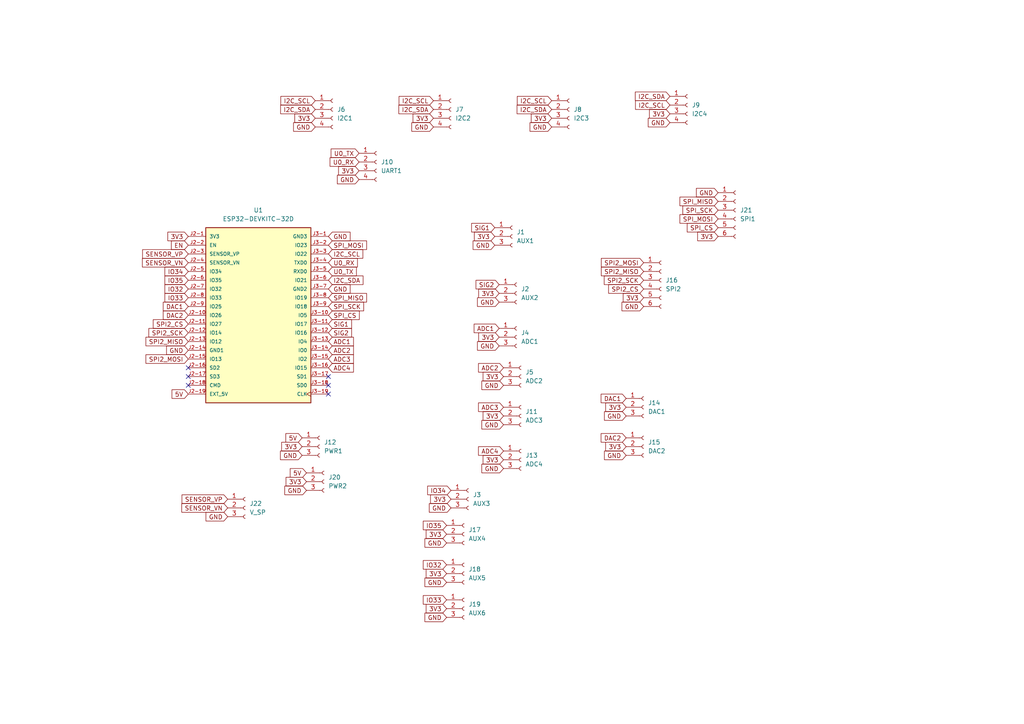
<source format=kicad_sch>
(kicad_sch (version 20250114) (generator "eeschema") (generator_version "9.0")
  (paper "A4")
  (lib_symbols
    (symbol "Connector:Conn_01x03_Socket" (pin_names (offset 1.016) (hide yes))
      (property "Reference" "J" (at 0 5.08 0))
      (property "Value" "Conn_01x03_Socket" (at 0 -5.08 0))
      (symbol "Conn_01x03_Socket_1_1"
        (polyline (pts (xy -1.27 2.54) (xy -0.508 2.54)) (stroke (width 0.1524)))
        (polyline (pts (xy -1.27 0) (xy -0.508 0)) (stroke (width 0.1524)))
        (polyline (pts (xy -1.27 -2.54) (xy -0.508 -2.54)) (stroke (width 0.1524)))
        (arc (start 0 2.032) (mid -0.5058 2.54) (end 0 3.048) (stroke (width 0.1524)))
        (arc (start 0 -0.508) (mid -0.5058 0) (end 0 0.508) (stroke (width 0.1524)))
        (arc (start 0 -3.048) (mid -0.5058 -2.54) (end 0 -2.032) (stroke (width 0.1524)))
        (pin passive line (at -5.08 2.54 0) (length 3.81) (name "Pin_1") (number "1"))
        (pin passive line (at -5.08 0 0) (length 3.81) (name "Pin_2") (number "2"))
        (pin passive line (at -5.08 -2.54 0) (length 3.81) (name "Pin_3") (number "3"))
      )
    )
    (symbol "Connector:Conn_01x04_Socket" (pin_names (offset 1.016) (hide yes))
      (property "Reference" "J" (at 0 5.08 0))
      (property "Value" "Conn_01x04_Socket" (at 0 -7.62 0))
      (symbol "Conn_01x04_Socket_1_1"
        (polyline (pts (xy -1.27 2.54) (xy -0.508 2.54)) (stroke (width 0.1524)))
        (polyline (pts (xy -1.27 0) (xy -0.508 0)) (stroke (width 0.1524)))
        (polyline (pts (xy -1.27 -2.54) (xy -0.508 -2.54)) (stroke (width 0.1524)))
        (polyline (pts (xy -1.27 -5.08) (xy -0.508 -5.08)) (stroke (width 0.1524)))
        (arc (start 0 2.032) (mid -0.5058 2.54) (end 0 3.048) (stroke (width 0.1524)))
        (arc (start 0 -0.508) (mid -0.5058 0) (end 0 0.508) (stroke (width 0.1524)))
        (arc (start 0 -3.048) (mid -0.5058 -2.54) (end 0 -2.032) (stroke (width 0.1524)))
        (arc (start 0 -5.588) (mid -0.5058 -5.08) (end 0 -4.572) (stroke (width 0.1524)))
        (pin passive line (at -5.08 2.54 0) (length 3.81) (name "Pin_1") (number "1"))
        (pin passive line (at -5.08 0 0) (length 3.81) (name "Pin_2") (number "2"))
        (pin passive line (at -5.08 -2.54 0) (length 3.81) (name "Pin_3") (number "3"))
        (pin passive line (at -5.08 -5.08 0) (length 3.81) (name "Pin_4") (number "4"))
      )
    )
    (symbol "Connector:Conn_01x06_Socket" (pin_names (offset 1.016) (hide yes))
      (property "Reference" "J" (at 0 7.62 0))
      (property "Value" "Conn_01x06_Socket" (at 0 -10.16 0))
      (symbol "Conn_01x06_Socket_1_1"
        (polyline (pts (xy -1.27 5.08) (xy -0.508 5.08)) (stroke (width 0.1524)))
        (polyline (pts (xy -1.27 2.54) (xy -0.508 2.54)) (stroke (width 0.1524)))
        (polyline (pts (xy -1.27 0) (xy -0.508 0)) (stroke (width 0.1524)))
        (polyline (pts (xy -1.27 -2.54) (xy -0.508 -2.54)) (stroke (width 0.1524)))
        (polyline (pts (xy -1.27 -5.08) (xy -0.508 -5.08)) (stroke (width 0.1524)))
        (polyline (pts (xy -1.27 -7.62) (xy -0.508 -7.62)) (stroke (width 0.1524)))
        (arc (start 0 4.572) (mid -0.5058 5.08) (end 0 5.588) (stroke (width 0.1524)))
        (arc (start 0 2.032) (mid -0.5058 2.54) (end 0 3.048) (stroke (width 0.1524)))
        (arc (start 0 -0.508) (mid -0.5058 0) (end 0 0.508) (stroke (width 0.1524)))
        (arc (start 0 -3.048) (mid -0.5058 -2.54) (end 0 -2.032) (stroke (width 0.1524)))
        (arc (start 0 -5.588) (mid -0.5058 -5.08) (end 0 -4.572) (stroke (width 0.1524)))
        (arc (start 0 -8.128) (mid -0.5058 -7.62) (end 0 -7.112) (stroke (width 0.1524)))
        (pin passive line (at -5.08 5.08 0) (length 3.81) (name "Pin_1") (number "1"))
        (pin passive line (at -5.08 2.54 0) (length 3.81) (name "Pin_2") (number "2"))
        (pin passive line (at -5.08 0 0) (length 3.81) (name "Pin_3") (number "3"))
        (pin passive line (at -5.08 -2.54 0) (length 3.81) (name "Pin_4") (number "4"))
        (pin passive line (at -5.08 -5.08 0) (length 3.81) (name "Pin_5") (number "5"))
        (pin passive line (at -5.08 -7.62 0) (length 3.81) (name "Pin_6") (number "6"))
      )
    )
    (symbol "ESP32-DEVKITC-32D:ESP32-DEVKITC-32D" (pin_names (offset 1.016))
      (property "Reference" "U" (at -15.2572 26.0643 0))
      (property "Value" "ESP32-DEVKITC-32D" (at -15.2563 -27.9698 0))
      (symbol "ESP32-DEVKITC-32D_0_0"
        (rectangle (start -15.24 -25.4) (end 15.24 25.4) (stroke (width 0.254)) (fill (type background)))
        (pin power_in line (at -20.32 22.86 0) (length 5.08) (name "3V3") (number "J2-1"))
        (pin input line (at -20.32 20.32 0) (length 5.08) (name "EN") (number "J2-2"))
        (pin input line (at -20.32 17.78 0) (length 5.08) (name "SENSOR_VP") (number "J2-3"))
        (pin input line (at -20.32 15.24 0) (length 5.08) (name "SENSOR_VN") (number "J2-4"))
        (pin bidirectional line (at -20.32 12.7 0) (length 5.08) (name "IO34") (number "J2-5"))
        (pin bidirectional line (at -20.32 10.16 0) (length 5.08) (name "IO35") (number "J2-6"))
        (pin bidirectional line (at -20.32 7.62 0) (length 5.08) (name "IO32") (number "J2-7"))
        (pin bidirectional line (at -20.32 5.08 0) (length 5.08) (name "IO33") (number "J2-8"))
        (pin bidirectional line (at -20.32 2.54 0) (length 5.08) (name "IO25") (number "J2-9"))
        (pin bidirectional line (at -20.32 0 0) (length 5.08) (name "IO26") (number "J2-10"))
        (pin bidirectional line (at -20.32 -2.54 0) (length 5.08) (name "IO27") (number "J2-11"))
        (pin bidirectional line (at -20.32 -5.08 0) (length 5.08) (name "IO14") (number "J2-12"))
        (pin bidirectional line (at -20.32 -7.62 0) (length 5.08) (name "IO12") (number "J2-13"))
        (pin power_in line (at -20.32 -10.16 0) (length 5.08) (name "GND1") (number "J2-14"))
        (pin bidirectional line (at -20.32 -12.7 0) (length 5.08) (name "IO13") (number "J2-15"))
        (pin bidirectional line (at -20.32 -15.24 0) (length 5.08) (name "SD2") (number "J2-16"))
        (pin bidirectional line (at -20.32 -17.78 0) (length 5.08) (name "SD3") (number "J2-17"))
        (pin bidirectional line (at -20.32 -20.32 0) (length 5.08) (name "CMD") (number "J2-18"))
        (pin power_in line (at -20.32 -22.86 0) (length 5.08) (name "EXT_5V") (number "J2-19"))
        (pin power_in line (at 20.32 22.86 180) (length 5.08) (name "GND3") (number "J3-1"))
        (pin bidirectional line (at 20.32 20.32 180) (length 5.08) (name "IO23") (number "J3-2"))
        (pin bidirectional line (at 20.32 17.78 180) (length 5.08) (name "IO22") (number "J3-3"))
        (pin output line (at 20.32 15.24 180) (length 5.08) (name "TXD0") (number "J3-4"))
        (pin input line (at 20.32 12.7 180) (length 5.08) (name "RXD0") (number "J3-5"))
        (pin bidirectional line (at 20.32 10.16 180) (length 5.08) (name "IO21") (number "J3-6"))
        (pin power_in line (at 20.32 7.62 180) (length 5.08) (name "GND2") (number "J3-7"))
        (pin bidirectional line (at 20.32 5.08 180) (length 5.08) (name "IO19") (number "J3-8"))
        (pin bidirectional line (at 20.32 2.54 180) (length 5.08) (name "IO18") (number "J3-9"))
        (pin bidirectional line (at 20.32 0 180) (length 5.08) (name "IO5") (number "J3-10"))
        (pin bidirectional line (at 20.32 -2.54 180) (length 5.08) (name "IO17") (number "J3-11"))
        (pin bidirectional line (at 20.32 -5.08 180) (length 5.08) (name "IO16") (number "J3-12"))
        (pin bidirectional line (at 20.32 -7.62 180) (length 5.08) (name "IO4") (number "J3-13"))
        (pin bidirectional line (at 20.32 -10.16 180) (length 5.08) (name "IO0") (number "J3-14"))
        (pin bidirectional line (at 20.32 -12.7 180) (length 5.08) (name "IO2") (number "J3-15"))
        (pin bidirectional line (at 20.32 -15.24 180) (length 5.08) (name "IO15") (number "J3-16"))
        (pin bidirectional line (at 20.32 -17.78 180) (length 5.08) (name "SD1") (number "J3-17"))
        (pin bidirectional line (at 20.32 -20.32 180) (length 5.08) (name "SD0") (number "J3-18"))
        (pin input clock (at 20.32 -22.86 180) (length 5.08) (name "CLK") (number "J3-19"))
      )
    )
  )
  (no_connect (at 54.61 106.68))
  (no_connect (at 95.25 109.22))
  (no_connect (at 95.25 114.3))
  (no_connect (at 95.25 111.76))
  (no_connect (at 54.61 111.76))
  (no_connect (at 54.61 109.22))
  (global_label "GND" (shape input) (at 160.02 36.83 180) (property "Intersheetrefs" "${INTERSHEET_REFS}" (effects (hide yes))))
  (global_label "GND" (shape input) (at 87.63 132.08 180) (property "Intersheetrefs" "${INTERSHEET_REFS}" (effects (hide yes))))
  (global_label "SPI_MISO" (shape input) (at 95.25 86.36 0) (property "Intersheetrefs" "${INTERSHEET_REFS}" (effects (hide yes))))
  (global_label "GND" (shape input) (at 104.14 52.07 180) (property "Intersheetrefs" "${INTERSHEET_REFS}" (effects (hide yes))))
  (global_label "SIG2" (shape input) (at 95.25 96.52 0) (property "Intersheetrefs" "${INTERSHEET_REFS}" (effects (hide yes))))
  (global_label "3V3" (shape input) (at 104.14 49.53 180) (property "Intersheetrefs" "${INTERSHEET_REFS}" (effects (hide yes))))
  (global_label "IO34" (shape input) (at 54.61 78.74 180) (property "Intersheetrefs" "${INTERSHEET_REFS}" (effects (hide yes))))
  (global_label "EN" (shape input) (at 54.61 71.12 180) (property "Intersheetrefs" "${INTERSHEET_REFS}" (effects (hide yes))))
  (global_label "5V" (shape input) (at 54.61 114.3 180) (property "Intersheetrefs" "${INTERSHEET_REFS}" (effects (hide yes))))
  (global_label "3V3" (shape input) (at 146.05 109.22 180) (property "Intersheetrefs" "${INTERSHEET_REFS}" (effects (hide yes))))
  (global_label "GND" (shape input) (at 130.81 147.32 180) (property "Intersheetrefs" "${INTERSHEET_REFS}" (effects (hide yes))))
  (global_label "SENSOR_VN" (shape input) (at 54.61 76.2 180) (property "Intersheetrefs" "${INTERSHEET_REFS}" (effects (hide yes))))
  (global_label "ADC3" (shape input) (at 146.05 118.11 180) (property "Intersheetrefs" "${INTERSHEET_REFS}" (effects (hide yes))))
  (global_label "I2C_SDA" (shape input) (at 160.02 31.75 180) (property "Intersheetrefs" "${INTERSHEET_REFS}" (effects (hide yes))))
  (global_label "GND" (shape input) (at 54.61 101.6 180) (property "Intersheetrefs" "${INTERSHEET_REFS}" (effects (hide yes))))
  (global_label "SIG1" (shape input) (at 95.25 93.98 0) (property "Intersheetrefs" "${INTERSHEET_REFS}" (effects (hide yes))))
  (global_label "3V3" (shape input) (at 54.61 68.58 180) (property "Intersheetrefs" "${INTERSHEET_REFS}" (effects (hide yes))))
  (global_label "SPI2_MOSI" (shape input) (at 54.61 104.14 180) (property "Intersheetrefs" "${INTERSHEET_REFS}" (effects (hide yes))))
  (global_label "3V3" (shape input) (at 129.54 176.53 180) (property "Intersheetrefs" "${INTERSHEET_REFS}" (effects (hide yes))))
  (global_label "3V3" (shape input) (at 125.73 34.29 180) (property "Intersheetrefs" "${INTERSHEET_REFS}" (effects (hide yes))))
  (global_label "3V3" (shape input) (at 181.61 118.11 180) (property "Intersheetrefs" "${INTERSHEET_REFS}" (effects (hide yes))))
  (global_label "U0_RX" (shape input) (at 95.25 76.2 0) (property "Intersheetrefs" "${INTERSHEET_REFS}" (effects (hide yes))))
  (global_label "ADC2" (shape input) (at 146.05 106.68 180) (property "Intersheetrefs" "${INTERSHEET_REFS}" (effects (hide yes))))
  (global_label "3V3" (shape input) (at 91.44 34.29 180) (property "Intersheetrefs" "${INTERSHEET_REFS}" (effects (hide yes))))
  (global_label "SPI2_CS" (shape input) (at 54.61 93.98 180) (property "Intersheetrefs" "${INTERSHEET_REFS}" (effects (hide yes))))
  (global_label "I2C_SCL" (shape input) (at 160.02 29.21 180) (property "Intersheetrefs" "${INTERSHEET_REFS}" (effects (hide yes))))
  (global_label "IO33" (shape input) (at 54.61 86.36 180) (property "Intersheetrefs" "${INTERSHEET_REFS}" (effects (hide yes))))
  (global_label "GND" (shape input) (at 186.69 88.9 180) (property "Intersheetrefs" "${INTERSHEET_REFS}" (effects (hide yes))))
  (global_label "DAC2" (shape input) (at 181.61 127 180) (property "Intersheetrefs" "${INTERSHEET_REFS}" (effects (hide yes))))
  (global_label "IO35" (shape input) (at 129.54 152.4 180) (property "Intersheetrefs" "${INTERSHEET_REFS}" (effects (hide yes))))
  (global_label "ADC4" (shape input) (at 95.25 106.68 0) (property "Intersheetrefs" "${INTERSHEET_REFS}" (effects (hide yes))))
  (global_label "3V3" (shape input) (at 181.61 129.54 180) (property "Intersheetrefs" "${INTERSHEET_REFS}" (effects (hide yes))))
  (global_label "GND" (shape input) (at 88.9 142.24 180) (property "Intersheetrefs" "${INTERSHEET_REFS}" (effects (hide yes))))
  (global_label "SPI2_SCK" (shape input) (at 186.69 81.28 180) (property "Intersheetrefs" "${INTERSHEET_REFS}" (effects (hide yes))))
  (global_label "GND" (shape input) (at 208.28 55.88 180) (property "Intersheetrefs" "${INTERSHEET_REFS}" (effects (hide yes))))
  (global_label "3V3" (shape input) (at 130.81 144.78 180) (property "Intersheetrefs" "${INTERSHEET_REFS}" (effects (hide yes))))
  (global_label "SPI2_SCK" (shape input) (at 54.61 96.52 180) (property "Intersheetrefs" "${INTERSHEET_REFS}" (effects (hide yes))))
  (global_label "GND" (shape input) (at 95.25 68.58 0) (property "Intersheetrefs" "${INTERSHEET_REFS}" (effects (hide yes))))
  (global_label "SPI2_MISO" (shape input) (at 186.69 78.74 180) (property "Intersheetrefs" "${INTERSHEET_REFS}" (effects (hide yes))))
  (global_label "IO32" (shape input) (at 54.61 83.82 180) (property "Intersheetrefs" "${INTERSHEET_REFS}" (effects (hide yes))))
  (global_label "IO33" (shape input) (at 129.54 173.99 180) (property "Intersheetrefs" "${INTERSHEET_REFS}" (effects (hide yes))))
  (global_label "IO35" (shape input) (at 54.61 81.28 180) (property "Intersheetrefs" "${INTERSHEET_REFS}" (effects (hide yes))))
  (global_label "GND" (shape input) (at 194.31 35.56 180) (property "Intersheetrefs" "${INTERSHEET_REFS}" (effects (hide yes))))
  (global_label "3V3" (shape input) (at 87.63 129.54 180) (property "Intersheetrefs" "${INTERSHEET_REFS}" (effects (hide yes))))
  (global_label "DAC1" (shape input) (at 54.61 88.9 180) (property "Intersheetrefs" "${INTERSHEET_REFS}" (effects (hide yes))))
  (global_label "U0_TX" (shape input) (at 104.14 44.45 180) (property "Intersheetrefs" "${INTERSHEET_REFS}" (effects (hide yes))))
  (global_label "GND" (shape input) (at 146.05 123.19 180) (property "Intersheetrefs" "${INTERSHEET_REFS}" (effects (hide yes))))
  (global_label "I2C_SDA" (shape input) (at 91.44 31.75 180) (property "Intersheetrefs" "${INTERSHEET_REFS}" (effects (hide yes))))
  (global_label "GND" (shape input) (at 129.54 168.91 180) (property "Intersheetrefs" "${INTERSHEET_REFS}" (effects (hide yes))))
  (global_label "ADC1" (shape input) (at 144.78 95.25 180) (property "Intersheetrefs" "${INTERSHEET_REFS}" (effects (hide yes))))
  (global_label "U0_RX" (shape input) (at 104.14 46.99 180) (property "Intersheetrefs" "${INTERSHEET_REFS}" (effects (hide yes))))
  (global_label "I2C_SDA" (shape input) (at 194.31 27.94 180) (property "Intersheetrefs" "${INTERSHEET_REFS}" (effects (hide yes))))
  (global_label "SENSOR_VN" (shape input) (at 66.04 147.32 180) (property "Intersheetrefs" "${INTERSHEET_REFS}" (effects (hide yes))))
  (global_label "3V3" (shape input) (at 143.51 68.58 180) (property "Intersheetrefs" "${INTERSHEET_REFS}" (effects (hide yes))))
  (global_label "3V3" (shape input) (at 88.9 139.7 180) (property "Intersheetrefs" "${INTERSHEET_REFS}" (effects (hide yes))))
  (global_label "SPI_SCK" (shape input) (at 208.28 60.96 180) (property "Intersheetrefs" "${INTERSHEET_REFS}" (effects (hide yes))))
  (global_label "3V3" (shape input) (at 186.69 86.36 180) (property "Intersheetrefs" "${INTERSHEET_REFS}" (effects (hide yes))))
  (global_label "ADC3" (shape input) (at 95.25 104.14 0) (property "Intersheetrefs" "${INTERSHEET_REFS}" (effects (hide yes))))
  (global_label "SPI_MOSI" (shape input) (at 95.25 71.12 0) (property "Intersheetrefs" "${INTERSHEET_REFS}" (effects (hide yes))))
  (global_label "SPI_CS" (shape input) (at 208.28 66.04 180) (property "Intersheetrefs" "${INTERSHEET_REFS}" (effects (hide yes))))
  (global_label "3V3" (shape input) (at 129.54 154.94 180) (property "Intersheetrefs" "${INTERSHEET_REFS}" (effects (hide yes))))
  (global_label "GND" (shape input) (at 125.73 36.83 180) (property "Intersheetrefs" "${INTERSHEET_REFS}" (effects (hide yes))))
  (global_label "3V3" (shape input) (at 146.05 120.65 180) (property "Intersheetrefs" "${INTERSHEET_REFS}" (effects (hide yes))))
  (global_label "SENSOR_VP" (shape input) (at 66.04 144.78 180) (property "Intersheetrefs" "${INTERSHEET_REFS}" (effects (hide yes))))
  (global_label "DAC1" (shape input) (at 181.61 115.57 180) (property "Intersheetrefs" "${INTERSHEET_REFS}" (effects (hide yes))))
  (global_label "SIG1" (shape input) (at 143.51 66.04 180) (property "Intersheetrefs" "${INTERSHEET_REFS}" (effects (hide yes))))
  (global_label "I2C_SCL" (shape input) (at 194.31 30.48 180) (property "Intersheetrefs" "${INTERSHEET_REFS}" (effects (hide yes))))
  (global_label "GND" (shape input) (at 66.04 149.86 180) (property "Intersheetrefs" "${INTERSHEET_REFS}" (effects (hide yes))))
  (global_label "GND" (shape input) (at 146.05 135.89 180) (property "Intersheetrefs" "${INTERSHEET_REFS}" (effects (hide yes))))
  (global_label "I2C_SCL" (shape input) (at 91.44 29.21 180) (property "Intersheetrefs" "${INTERSHEET_REFS}" (effects (hide yes))))
  (global_label "ADC1" (shape input) (at 95.25 99.06 0) (property "Intersheetrefs" "${INTERSHEET_REFS}" (effects (hide yes))))
  (global_label "I2C_SCL" (shape input) (at 125.73 29.21 180) (property "Intersheetrefs" "${INTERSHEET_REFS}" (effects (hide yes))))
  (global_label "3V3" (shape input) (at 194.31 33.02 180) (property "Intersheetrefs" "${INTERSHEET_REFS}" (effects (hide yes))))
  (global_label "3V3" (shape input) (at 144.78 85.09 180) (property "Intersheetrefs" "${INTERSHEET_REFS}" (effects (hide yes))))
  (global_label "5V" (shape input) (at 88.9 137.16 180) (property "Intersheetrefs" "${INTERSHEET_REFS}" (effects (hide yes))))
  (global_label "IO34" (shape input) (at 130.81 142.24 180) (property "Intersheetrefs" "${INTERSHEET_REFS}" (effects (hide yes))))
  (global_label "GND" (shape input) (at 144.78 87.63 180) (property "Intersheetrefs" "${INTERSHEET_REFS}" (effects (hide yes))))
  (global_label "I2C_SDA" (shape input) (at 125.73 31.75 180) (property "Intersheetrefs" "${INTERSHEET_REFS}" (effects (hide yes))))
  (global_label "DAC2" (shape input) (at 54.61 91.44 180) (property "Intersheetrefs" "${INTERSHEET_REFS}" (effects (hide yes))))
  (global_label "SPI_MISO" (shape input) (at 208.28 58.42 180) (property "Intersheetrefs" "${INTERSHEET_REFS}" (effects (hide yes))))
  (global_label "GND" (shape input) (at 181.61 132.08 180) (property "Intersheetrefs" "${INTERSHEET_REFS}" (effects (hide yes))))
  (global_label "GND" (shape input) (at 95.25 83.82 0) (property "Intersheetrefs" "${INTERSHEET_REFS}" (effects (hide yes))))
  (global_label "5V" (shape input) (at 87.63 127 180) (property "Intersheetrefs" "${INTERSHEET_REFS}" (effects (hide yes))))
  (global_label "U0_TX" (shape input) (at 95.25 78.74 0) (property "Intersheetrefs" "${INTERSHEET_REFS}" (effects (hide yes))))
  (global_label "SPI_CS" (shape input) (at 95.25 91.44 0) (property "Intersheetrefs" "${INTERSHEET_REFS}" (effects (hide yes))))
  (global_label "I2C_SDA" (shape input) (at 95.25 81.28 0) (property "Intersheetrefs" "${INTERSHEET_REFS}" (effects (hide yes))))
  (global_label "3V3" (shape input) (at 208.28 68.58 180) (property "Intersheetrefs" "${INTERSHEET_REFS}" (effects (hide yes))))
  (global_label "SIG2" (shape input) (at 144.78 82.55 180) (property "Intersheetrefs" "${INTERSHEET_REFS}" (effects (hide yes))))
  (global_label "SPI_SCK" (shape input) (at 95.25 88.9 0) (property "Intersheetrefs" "${INTERSHEET_REFS}" (effects (hide yes))))
  (global_label "I2C_SCL" (shape input) (at 95.25 73.66 0) (property "Intersheetrefs" "${INTERSHEET_REFS}" (effects (hide yes))))
  (global_label "SPI2_CS" (shape input) (at 186.69 83.82 180) (property "Intersheetrefs" "${INTERSHEET_REFS}" (effects (hide yes))))
  (global_label "GND" (shape input) (at 143.51 71.12 180) (property "Intersheetrefs" "${INTERSHEET_REFS}" (effects (hide yes))))
  (global_label "SPI2_MOSI" (shape input) (at 186.69 76.2 180) (property "Intersheetrefs" "${INTERSHEET_REFS}" (effects (hide yes))))
  (global_label "GND" (shape input) (at 129.54 157.48 180) (property "Intersheetrefs" "${INTERSHEET_REFS}" (effects (hide yes))))
  (global_label "ADC2" (shape input) (at 95.25 101.6 0) (property "Intersheetrefs" "${INTERSHEET_REFS}" (effects (hide yes))))
  (global_label "GND" (shape input) (at 146.05 111.76 180) (property "Intersheetrefs" "${INTERSHEET_REFS}" (effects (hide yes))))
  (global_label "3V3" (shape input) (at 129.54 166.37 180) (property "Intersheetrefs" "${INTERSHEET_REFS}" (effects (hide yes))))
  (global_label "GND" (shape input) (at 129.54 179.07 180) (property "Intersheetrefs" "${INTERSHEET_REFS}" (effects (hide yes))))
  (global_label "SPI_MOSI" (shape input) (at 208.28 63.5 180) (property "Intersheetrefs" "${INTERSHEET_REFS}" (effects (hide yes))))
  (global_label "GND" (shape input) (at 91.44 36.83 180) (property "Intersheetrefs" "${INTERSHEET_REFS}" (effects (hide yes))))
  (global_label "GND" (shape input) (at 181.61 120.65 180) (property "Intersheetrefs" "${INTERSHEET_REFS}" (effects (hide yes))))
  (global_label "3V3" (shape input) (at 160.02 34.29 180) (property "Intersheetrefs" "${INTERSHEET_REFS}" (effects (hide yes))))
  (global_label "SPI2_MISO" (shape input) (at 54.61 99.06 180) (property "Intersheetrefs" "${INTERSHEET_REFS}" (effects (hide yes))))
  (global_label "ADC4" (shape input) (at 146.05 130.81 180) (property "Intersheetrefs" "${INTERSHEET_REFS}" (effects (hide yes))))
  (global_label "SENSOR_VP" (shape input) (at 54.61 73.66 180) (property "Intersheetrefs" "${INTERSHEET_REFS}" (effects (hide yes))))
  (global_label "GND" (shape input) (at 144.78 100.33 180) (property "Intersheetrefs" "${INTERSHEET_REFS}" (effects (hide yes))))
  (global_label "IO32" (shape input) (at 129.54 163.83 180) (property "Intersheetrefs" "${INTERSHEET_REFS}" (effects (hide yes))))
  (global_label "3V3" (shape input) (at 146.05 133.35 180) (property "Intersheetrefs" "${INTERSHEET_REFS}" (effects (hide yes))))
  (global_label "3V3" (shape input) (at 144.78 97.79 180) (property "Intersheetrefs" "${INTERSHEET_REFS}" (effects (hide yes))))
  (symbol (lib_id "Connector:Conn_01x06_Socket") (at 191.77 81.28 0) (unit 1)
    (property "Reference" "J16" (at 193.04 81.2799 0) (effects (justify left)))
    (property "Value" "SPI2" (at 193.04 83.8199 0) (effects (justify left)))
    (property "Footprint" "Connector_PinHeader_2.54mm:PinHeader_1x06_P2.54mm_Vertical" (effects (hide yes)))
    (property "Description" "Generic connector, single row, 01x06, script generated" (effects (hide yes)))
  )
  (symbol (lib_id "Connector:Conn_01x06_Socket") (at 213.36 60.96 0) (unit 1)
    (property "Reference" "J21" (at 214.63 60.9599 0) (effects (justify left)))
    (property "Value" "SPI1" (at 214.63 63.4999 0) (effects (justify left)))
    (property "Footprint" "Connector_PinHeader_2.54mm:PinHeader_1x06_P2.54mm_Vertical" (effects (hide yes)))
    (property "Description" "Generic connector, single row, 01x06, script generated" (effects (hide yes)))
  )
  (symbol (lib_id "Connector:Conn_01x03_Socket") (at 134.62 166.37 0) (unit 1)
    (property "Reference" "J18" (at 135.89 165.0999 0) (effects (justify left)))
    (property "Value" "AUX5" (at 135.89 167.6399 0) (effects (justify left)))
    (property "Footprint" "Connector_PinHeader_2.54mm:PinHeader_1x03_P2.54mm_Vertical" (effects (hide yes)))
    (property "Description" "Generic connector, single row, 01x03, script generated" (effects (hide yes)))
  )
  (symbol (lib_id "Connector:Conn_01x04_Socket") (at 199.39 30.48 0) (unit 1)
    (property "Reference" "J9" (at 200.66 30.4799 0) (effects (justify left)))
    (property "Value" "I2C4" (at 200.66 33.0199 0) (effects (justify left)))
    (property "Footprint" "Connector_PinHeader_2.54mm:PinHeader_1x04_P2.54mm_Vertical" (effects (hide yes)))
    (property "Description" "Generic connector, single row, 01x04, script generated" (effects (hide yes)))
  )
  (symbol (lib_id "Connector:Conn_01x03_Socket") (at 151.13 133.35 0) (unit 1)
    (property "Reference" "J13" (at 152.4 132.0799 0) (effects (justify left)))
    (property "Value" "ADC4" (at 152.4 134.6199 0) (effects (justify left)))
    (property "Footprint" "Connector_PinHeader_2.54mm:PinHeader_1x03_P2.54mm_Vertical" (effects (hide yes)))
    (property "Description" "Generic connector, single row, 01x03, script generated" (effects (hide yes)))
  )
  (symbol (lib_id "Connector:Conn_01x03_Socket") (at 71.12 147.32 0) (unit 1)
    (property "Reference" "J22" (at 72.39 146.0499 0) (effects (justify left)))
    (property "Value" "V_SP" (at 72.39 148.5899 0) (effects (justify left)))
    (property "Footprint" "Connector_PinHeader_2.54mm:PinHeader_1x03_P2.54mm_Vertical" (effects (hide yes)))
    (property "Description" "Generic connector, single row, 01x03, script generated" (effects (hide yes)))
  )
  (symbol (lib_id "Connector:Conn_01x04_Socket") (at 130.81 31.75 0) (unit 1)
    (property "Reference" "J7" (at 132.08 31.7499 0) (effects (justify left)))
    (property "Value" "I2C2" (at 132.08 34.2899 0) (effects (justify left)))
    (property "Footprint" "Connector_PinHeader_2.54mm:PinHeader_1x04_P2.54mm_Vertical" (effects (hide yes)))
    (property "Description" "Generic connector, single row, 01x04, script generated" (effects (hide yes)))
  )
  (symbol (lib_id "Connector:Conn_01x03_Socket") (at 135.89 144.78 0) (unit 1)
    (property "Reference" "J3" (at 137.16 143.5099 0) (effects (justify left)))
    (property "Value" "AUX3" (at 137.16 146.0499 0) (effects (justify left)))
    (property "Footprint" "Connector_PinHeader_2.54mm:PinHeader_1x03_P2.54mm_Vertical" (effects (hide yes)))
    (property "Description" "Generic connector, single row, 01x03, script generated" (effects (hide yes)))
  )
  (symbol (lib_id "Connector:Conn_01x03_Socket") (at 186.69 118.11 0) (unit 1)
    (property "Reference" "J14" (at 187.96 116.8399 0) (effects (justify left)))
    (property "Value" "DAC1" (at 187.96 119.3799 0) (effects (justify left)))
    (property "Footprint" "Connector_PinHeader_2.54mm:PinHeader_1x03_P2.54mm_Vertical" (effects (hide yes)))
    (property "Description" "Generic connector, single row, 01x03, script generated" (effects (hide yes)))
  )
  (symbol (lib_id "Connector:Conn_01x03_Socket") (at 151.13 109.22 0) (unit 1)
    (property "Reference" "J5" (at 152.4 107.9499 0) (effects (justify left)))
    (property "Value" "ADC2" (at 152.4 110.4899 0) (effects (justify left)))
    (property "Footprint" "Connector_PinHeader_2.54mm:PinHeader_1x03_P2.54mm_Vertical" (effects (hide yes)))
    (property "Description" "Generic connector, single row, 01x03, script generated" (effects (hide yes)))
  )
  (symbol (lib_id "Connector:Conn_01x03_Socket") (at 149.86 85.09 0) (unit 1)
    (property "Reference" "J2" (at 151.13 83.8199 0) (effects (justify left)))
    (property "Value" "AUX2" (at 151.13 86.3599 0) (effects (justify left)))
    (property "Footprint" "Connector_PinHeader_2.54mm:PinHeader_1x03_P2.54mm_Vertical" (effects (hide yes)))
    (property "Description" "Generic connector, single row, 01x03, script generated" (effects (hide yes)))
  )
  (symbol (lib_id "Connector:Conn_01x04_Socket") (at 96.52 31.75 0) (unit 1)
    (property "Reference" "J6" (at 97.79 31.7499 0) (effects (justify left)))
    (property "Value" "I2C1" (at 97.79 34.2899 0) (effects (justify left)))
    (property "Footprint" "Connector_PinHeader_2.54mm:PinHeader_1x04_P2.54mm_Vertical" (effects (hide yes)))
    (property "Description" "Generic connector, single row, 01x04, script generated" (effects (hide yes)))
  )
  (symbol (lib_id "Connector:Conn_01x03_Socket") (at 93.98 139.7 0) (unit 1)
    (property "Reference" "J20" (at 95.25 138.4299 0) (effects (justify left)))
    (property "Value" "PWR2" (at 95.25 140.9699 0) (effects (justify left)))
    (property "Footprint" "Connector_PinHeader_2.54mm:PinHeader_1x03_P2.54mm_Vertical" (effects (hide yes)))
    (property "Description" "Generic connector, single row, 01x03, script generated" (effects (hide yes)))
  )
  (symbol (lib_id "Connector:Conn_01x04_Socket") (at 109.22 46.99 0) (unit 1)
    (property "Reference" "J10" (at 110.49 46.9899 0) (effects (justify left)))
    (property "Value" "UART1" (at 110.49 49.5299 0) (effects (justify left)))
    (property "Footprint" "Connector_PinHeader_2.54mm:PinHeader_1x04_P2.54mm_Vertical" (effects (hide yes)))
    (property "Description" "Generic connector, single row, 01x04, script generated" (effects (hide yes)))
  )
  (symbol (lib_id "Connector:Conn_01x03_Socket") (at 134.62 154.94 0) (unit 1)
    (property "Reference" "J17" (at 135.89 153.6699 0) (effects (justify left)))
    (property "Value" "AUX4" (at 135.89 156.2099 0) (effects (justify left)))
    (property "Footprint" "Connector_PinHeader_2.54mm:PinHeader_1x03_P2.54mm_Vertical" (effects (hide yes)))
    (property "Description" "Generic connector, single row, 01x03, script generated" (effects (hide yes)))
  )
  (symbol (lib_id "Connector:Conn_01x03_Socket") (at 92.71 129.54 0) (unit 1)
    (property "Reference" "J12" (at 93.98 128.2699 0) (effects (justify left)))
    (property "Value" "PWR1" (at 93.98 130.8099 0) (effects (justify left)))
    (property "Footprint" "Connector_PinHeader_2.54mm:PinHeader_1x03_P2.54mm_Vertical" (effects (hide yes)))
    (property "Description" "Generic connector, single row, 01x03, script generated" (effects (hide yes)))
  )
  (symbol (lib_id "Connector:Conn_01x03_Socket") (at 134.62 176.53 0) (unit 1)
    (property "Reference" "J19" (at 135.89 175.2599 0) (effects (justify left)))
    (property "Value" "AUX6" (at 135.89 177.7999 0) (effects (justify left)))
    (property "Footprint" "Connector_PinHeader_2.54mm:PinHeader_1x03_P2.54mm_Vertical" (effects (hide yes)))
    (property "Description" "Generic connector, single row, 01x03, script generated" (effects (hide yes)))
  )
  (symbol (lib_id "Connector:Conn_01x03_Socket") (at 149.86 97.79 0) (unit 1)
    (property "Reference" "J4" (at 151.13 96.5199 0) (effects (justify left)))
    (property "Value" "ADC1" (at 151.13 99.0599 0) (effects (justify left)))
    (property "Footprint" "Connector_PinHeader_2.54mm:PinHeader_1x03_P2.54mm_Vertical" (effects (hide yes)))
    (property "Description" "Generic connector, single row, 01x03, script generated" (effects (hide yes)))
  )
  (symbol (lib_id "Connector:Conn_01x03_Socket") (at 151.13 120.65 0) (unit 1)
    (property "Reference" "J11" (at 152.4 119.3799 0) (effects (justify left)))
    (property "Value" "ADC3" (at 152.4 121.9199 0) (effects (justify left)))
    (property "Footprint" "Connector_PinHeader_2.54mm:PinHeader_1x03_P2.54mm_Vertical" (effects (hide yes)))
    (property "Description" "Generic connector, single row, 01x03, script generated" (effects (hide yes)))
  )
  (symbol (lib_id "ESP32-DEVKITC-32D:ESP32-DEVKITC-32D") (at 74.93 91.44 0) (unit 1)
    (property "Reference" "U1" (at 74.93 60.96 0))
    (property "Value" "ESP32-DEVKITC-32D" (at 74.93 63.5 0))
    (property "Footprint" "ESP32-DEVKITC-32D:MODULE_ESP32-DEVKITC-32D-THT" (effects (hide yes)))
    (property "MF" "Espressif Systems" (effects (hide yes)))
    (property "MAXIMUM_PACKAGE_HEIGHT" "N/A" (effects (hide yes)))
    (property "Package" "None" (effects (hide yes)))
    (property "Price" "None" (effects (hide yes)))
    (property "Check_prices" "https://www.snapeda.com/parts/ESP32-DEVKITC-32D/Espressif+Systems/view-part/?ref=eda" (effects (hide yes)))
    (property "STANDARD" "Manufacturer Recommendations" (effects (hide yes)))
    (property "PARTREV" "V4" (effects (hide yes)))
    (property "SnapEDA_Link" "https://www.snapeda.com/parts/ESP32-DEVKITC-32D/Espressif+Systems/view-part/?ref=snap" (effects (hide yes)))
    (property "MP" "ESP32-DEVKITC-32D" (effects (hide yes)))
    (property "Description_1" "WiFi Development Tools (802.11) ESP32 General Development Kit, ESP32-WROOM-32D on the board" (effects (hide yes)))
    (property "MANUFACTURER" "Espressif Systems" (effects (hide yes)))
    (property "Availability" "In Stock" (effects (hide yes)))
    (property "SNAPEDA_PN" "ESP32-DEVKITC-32D" (effects (hide yes)))
  )
  (symbol (lib_id "Connector:Conn_01x03_Socket") (at 148.59 68.58 0) (unit 1)
    (property "Reference" "J1" (at 149.86 67.3099 0) (effects (justify left)))
    (property "Value" "AUX1" (at 149.86 69.8499 0) (effects (justify left)))
    (property "Footprint" "Connector_PinHeader_2.54mm:PinHeader_1x03_P2.54mm_Vertical" (effects (hide yes)))
    (property "Description" "Generic connector, single row, 01x03, script generated" (effects (hide yes)))
  )
  (symbol (lib_id "Connector:Conn_01x04_Socket") (at 165.1 31.75 0) (unit 1)
    (property "Reference" "J8" (at 166.37 31.7499 0) (effects (justify left)))
    (property "Value" "I2C3" (at 166.37 34.2899 0) (effects (justify left)))
    (property "Footprint" "Connector_PinHeader_2.54mm:PinHeader_1x04_P2.54mm_Vertical" (effects (hide yes)))
    (property "Description" "Generic connector, single row, 01x04, script generated" (effects (hide yes)))
  )
  (symbol (lib_id "Connector:Conn_01x03_Socket") (at 186.69 129.54 0) (unit 1)
    (property "Reference" "J15" (at 187.96 128.2699 0) (effects (justify left)))
    (property "Value" "DAC2" (at 187.96 130.8099 0) (effects (justify left)))
    (property "Footprint" "Connector_PinHeader_2.54mm:PinHeader_1x03_P2.54mm_Vertical" (effects (hide yes)))
    (property "Description" "Generic connector, single row, 01x03, script generated" (effects (hide yes)))
  )
)
</source>
